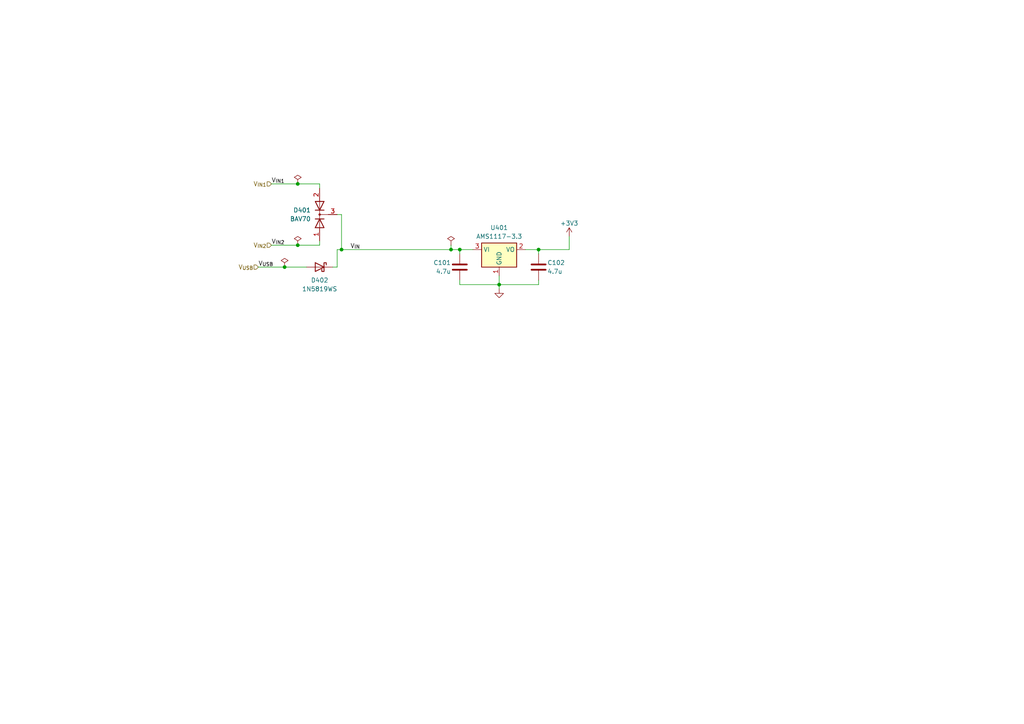
<source format=kicad_sch>
(kicad_sch (version 20230121) (generator eeschema)
  (paper "A4")
  (title_block (title "brain") (date "2023-12-14") (rev "1") (company "ScottCJX"))
  (lib_symbols
    (symbol "Device:C" (pin_numbers hide) (pin_names (offset 0.254))
      (property "Reference" "C" (at 0.635 2.54 0))
      (property "Value" "C" (at 0.635 -2.54 0))
      (symbol "C_0_1"
        (polyline (pts (xy -2.032 -0.762) (xy 2.032 -0.762)) (stroke (width 0.508)))
        (polyline (pts (xy -2.032 0.762) (xy 2.032 0.762)) (stroke (width 0.508)))
      )
      (symbol "C_1_1"
        (pin passive line (at 0 3.81 270) (length 2.794) (name "~") (number "1"))
        (pin passive line (at 0 -3.81 90) (length 2.794) (name "~") (number "2"))
      )
    )
    (symbol "Diode:1N5819WS" (pin_numbers hide) (pin_names (offset 1.016) hide)
      (property "Reference" "D" (at 0 2.54 0))
      (property "Value" "1N5819WS" (at 0 -2.54 0))
      (symbol "1N5819WS_0_1"
        (polyline (pts (xy 1.27 0) (xy -1.27 0)))
        (polyline (pts (xy 1.27 1.27) (xy 1.27 -1.27) (xy -1.27 0) (xy 1.27 1.27)) (stroke (width 0.254)))
        (polyline (pts (xy -1.905 0.635) (xy -1.905 1.27) (xy -1.27 1.27) (xy -1.27 -1.27) (xy -0.635 -1.27) (xy -0.635 -0.635)) (stroke (width 0.254)))
      )
      (symbol "1N5819WS_1_1"
        (pin passive line (at -3.81 0 0) (length 2.54) (name "K") (number "1"))
        (pin passive line (at 3.81 0 180) (length 2.54) (name "A") (number "2"))
      )
    )
    (symbol "Diode:BAV70" (pin_names hide)
      (property "Reference" "D" (at 0.635 -2.54 0))
      (property "Value" "BAV70" (at 0 2.54 0))
      (symbol "BAV70_0_1"
        (polyline (pts (xy -3.81 0) (xy 3.81 0)))
        (polyline (pts (xy 0 0) (xy 0 -2.54)))
        (polyline (pts (xy -1.27 -1.27) (xy -1.27 1.27) (xy -1.27 1.27)) (stroke (width 0.254)))
        (polyline (pts (xy 1.27 -1.27) (xy 1.27 1.27) (xy 1.27 1.27)) (stroke (width 0.254)))
        (polyline (pts (xy -3.81 1.27) (xy -1.27 0) (xy -3.81 -1.27) (xy -3.81 1.27) (xy -3.81 1.27) (xy -3.81 1.27)) (stroke (width 0.254)))
        (polyline (pts (xy 3.81 -1.27) (xy 1.27 0) (xy 3.81 1.27) (xy 3.81 -1.27) (xy 3.81 -1.27) (xy 3.81 -1.27)) (stroke (width 0.254)))
        (circle (center 0 0) (radius 0.254) (fill (type outline)))
        (pin passive line (at -7.62 0 0) (length 3.81) (name "A") (number "1"))
        (pin passive line (at 7.62 0 180) (length 3.81) (name "A") (number "2"))
        (pin passive line (at 0 -5.08 90) (length 2.54) (name "K") (number "3"))
      )
    )
    (symbol "Regulator_Linear:AMS1117-3.3"
      (property "Reference" "U" (at -3.81 3.175 0))
      (property "Value" "AMS1117-3.3" (at 0 3.175 0))
      (symbol "AMS1117-3.3_0_1"
        (rectangle (start -5.08 -5.08) (end 5.08 1.905) (stroke (width 0.254)) (fill (type background)))
      )
      (symbol "AMS1117-3.3_1_1"
        (pin power_in line (at 0 -7.62 90) (length 2.54) (name "GND") (number "1"))
        (pin power_out line (at 7.62 0 180) (length 2.54) (name "VO") (number "2"))
        (pin power_in line (at -7.62 0 0) (length 2.54) (name "VI") (number "3"))
      )
    )
    (symbol "power:+3V3" (power) (pin_names (offset 0))
      (property "Value" "+3V3" (at 0 3.556 0))
      (symbol "+3V3_0_1"
        (polyline (pts (xy -0.762 1.27) (xy 0 2.54)))
        (polyline (pts (xy 0 0) (xy 0 2.54)))
        (polyline (pts (xy 0 2.54) (xy 0.762 1.27)))
      )
      (symbol "+3V3_1_1"
        (pin power_in line (at 0 0 90) (length 0) hide (name "+3V3") (number "1"))
      )
    )
    (symbol "power:GND" (power) (pin_names (offset 0))
      (property "Value" "GND" (at 0 -3.81 0))
      (symbol "GND_0_1"
        (polyline (pts (xy 0 0) (xy 0 -1.27) (xy 1.27 -1.27) (xy 0 -2.54) (xy -1.27 -1.27) (xy 0 -1.27)))
      )
      (symbol "GND_1_1"
        (pin power_in line (at 0 0 270) (length 0) hide (name "GND") (number "1"))
      )
    )
    (symbol "power:PWR_FLAG" (power) (pin_numbers hide) (pin_names (offset 0) hide)
      (property "Value" "PWR_FLAG" (at 0 3.81 0))
      (symbol "PWR_FLAG_0_0"
        (pin power_out line (at 0 0 90) (length 0) (name "pwr") (number "1"))
      )
      (symbol "PWR_FLAG_0_1"
        (polyline (pts (xy 0 0) (xy 0 1.27) (xy -1.016 1.905) (xy 0 2.54) (xy 1.016 1.905) (xy 0 1.27)))
      )
    )
  )
  (junction (at 144.78 82.55))
  (junction (at 86.36 53.34))
  (junction (at 99.06 72.39))
  (junction (at 86.36 71.12))
  (junction (at 156.21 72.39))
  (junction (at 82.55 77.47))
  (junction (at 133.35 72.39))
  (junction (at 130.81 72.39))
  (wire (pts (xy 86.36 53.34) (xy 92.71 53.34)))
  (wire (pts (xy 156.21 81.28) (xy 156.21 82.55)))
  (wire (pts (xy 137.16 72.39) (xy 133.35 72.39)))
  (wire (pts (xy 78.74 53.34) (xy 86.36 53.34)))
  (wire (pts (xy 86.36 71.12) (xy 92.71 71.12)))
  (wire (pts (xy 130.81 72.39) (xy 133.35 72.39)))
  (wire (pts (xy 97.79 72.39) (xy 97.79 77.47)))
  (wire (pts (xy 152.4 72.39) (xy 156.21 72.39)))
  (wire (pts (xy 133.35 82.55) (xy 144.78 82.55)))
  (wire (pts (xy 92.71 69.85) (xy 92.71 71.12)))
  (wire (pts (xy 130.81 71.12) (xy 130.81 72.39)))
  (wire (pts (xy 99.06 72.39) (xy 130.81 72.39)))
  (wire (pts (xy 78.74 71.12) (xy 86.36 71.12)))
  (wire (pts (xy 156.21 72.39) (xy 156.21 73.66)))
  (wire (pts (xy 133.35 72.39) (xy 133.35 73.66)))
  (wire (pts (xy 133.35 81.28) (xy 133.35 82.55)))
  (wire (pts (xy 82.55 77.47) (xy 74.93 77.47)))
  (wire (pts (xy 144.78 82.55) (xy 156.21 82.55)))
  (wire (pts (xy 97.79 72.39) (xy 99.06 72.39)))
  (wire (pts (xy 99.06 62.23) (xy 99.06 72.39)))
  (wire (pts (xy 92.71 53.34) (xy 92.71 54.61)))
  (wire (pts (xy 97.79 77.47) (xy 96.52 77.47)))
  (wire (pts (xy 144.78 82.55) (xy 144.78 83.82)))
  (wire (pts (xy 144.78 80.01) (xy 144.78 82.55)))
  (wire (pts (xy 156.21 72.39) (xy 165.1 72.39)))
  (wire (pts (xy 82.55 77.47) (xy 88.9 77.47)))
  (wire (pts (xy 165.1 68.58) (xy 165.1 72.39)))
  (wire (pts (xy 97.79 62.23) (xy 99.06 62.23)))
  (label "V_{USB}" (at 74.93 77.47 0))
  (label "V_{IN2}" (at 78.74 71.12 0))
  (label "V_{IN1}" (at 78.74 53.34 0))
  (label "V_{IN}" (at 101.6 72.39 0))
  (hierarchical_label "V_{IN2}" (shape input) (at 78.74 71.12 180))
  (hierarchical_label "V_{IN1}" (shape input) (at 78.74 53.34 180))
  (hierarchical_label "V_{USB}" (shape input) (at 74.93 77.47 180))
  (symbol (lib_id "Diode:1N5819WS") (at 92.71 77.47 0) (mirror y) (unit 1)
    (property "Reference" "D402" (at 92.71 81.28 0))
    (property "Value" "1N5819WS" (at 92.71 83.82 0))
    (property "Footprint" "Diode_SMD:D_SOD-323" (effects hide))
    (property "Datasheet" "https://datasheet.lcsc.com/lcsc/2204281430_Guangdong-Hottech-1N5819WS_C191023.pdf" (effects hide))
  )
  (symbol (lib_id "power:PWR_FLAG") (at 86.36 53.34 0) (unit 1)
    (property "Reference" "#FLG0304" (effects hide))
    (property "Value" "PWR_FLAG" (effects hide))
    (instances (project "brain" (path "" (reference "#FLG0304") (unit 1)) (path "" (reference "#FLG0402") (unit 1))))
  )
  (symbol (lib_id "Device:C") (at 133.35 77.47 0) (mirror y) (unit 1)
    (property "Reference" "C101" (at 130.81 76.2 0) (effects (justify left)))
    (property "Value" "4.7u" (at 130.81 78.74 0) (effects (justify left)))
    (property "Footprint" "Capacitor_SMD:C_0603_1608Metric" (effects hide))
    (instances (project "brain" (path "" (reference "C101") (unit 1)) (path "" (reference "C401") (unit 1))))
  )
  (symbol (lib_id "power:PWR_FLAG") (at 82.55 77.47 0) (unit 1)
    (property "Reference" "#FLG0303" (effects hide))
    (property "Value" "PWR_FLAG" (effects hide))
    (instances (project "brain" (path "" (reference "#FLG0303") (unit 1)) (path "" (reference "#FLG0401") (unit 1))))
  )
  (symbol (lib_id "Regulator_Linear:AMS1117-3.3") (at 144.78 72.39 0) (unit 1)
    (property "Reference" "U401" (at 144.78 66.04 0))
    (property "Value" "AMS1117-3.3" (at 144.78 68.58 0))
    (property "Footprint" "Package_TO_SOT_SMD:SOT-223-3_TabPin2" (effects hide))
    (property "Datasheet" "http://www.advanced-monolithic.com/pdf/ds1117.pdf" (effects hide))
  )
  (symbol (lib_id "power:GND") (at 144.78 83.82 0) (unit 1)
    (property "Reference" "#PWR0102" (effects hide))
    (property "Value" "GND" (effects hide))
    (instances (project "brain" (path "" (reference "#PWR0102") (unit 1)) (path "" (reference "#PWR0401") (unit 1))))
  )
  (symbol (lib_id "Diode:BAV70") (at 92.71 62.23 90) (unit 1)
    (property "Reference" "D401" (at 90.17 60.96 90) (effects (justify left)))
    (property "Value" "BAV70" (at 90.17 63.5 90) (effects (justify left)))
    (property "Footprint" "Package_TO_SOT_SMD:SOT-23" (effects hide))
    (property "Datasheet" "https://assets.nexperia.com/documents/data-sheet/BAV70_SER.pdf" (effects hide))
  )
  (symbol (lib_id "power:+3V3") (at 165.1 68.58 0) (unit 1)
    (property "Reference" "#PWR0101" (effects hide))
    (property "Value" "+3V3" (at 165.1 64.77 0))
    (instances (project "brain" (path "" (reference "#PWR0101") (unit 1)) (path "" (reference "#PWR0402") (unit 1))))
  )
  (symbol (lib_id "power:PWR_FLAG") (at 130.81 71.12 0) (unit 1)
    (property "Reference" "#FLG0101" (effects hide))
    (property "Value" "PWR_FLAG" (effects hide))
    (instances (project "brain" (path "" (reference "#FLG0101") (unit 1)) (path "" (reference "#FLG0404") (unit 1))))
  )
  (symbol (lib_id "power:PWR_FLAG") (at 86.36 71.12 0) (unit 1)
    (property "Reference" "#FLG0303" (effects hide))
    (property "Value" "PWR_FLAG" (effects hide))
    (instances (project "brain" (path "" (reference "#FLG0303") (unit 1)) (path "" (reference "#FLG0403") (unit 1))))
  )
  (symbol (lib_id "Device:C") (at 156.21 77.47 0) (unit 1)
    (property "Reference" "C102" (at 158.75 76.2 0) (effects (justify left)))
    (property "Value" "4.7u" (at 158.75 78.74 0) (effects (justify left)))
    (property "Footprint" "Capacitor_SMD:C_0603_1608Metric" (effects hide))
    (instances (project "brain" (path "" (reference "C102") (unit 1)) (path "" (reference "C402") (unit 1))))
  )
)
</source>
